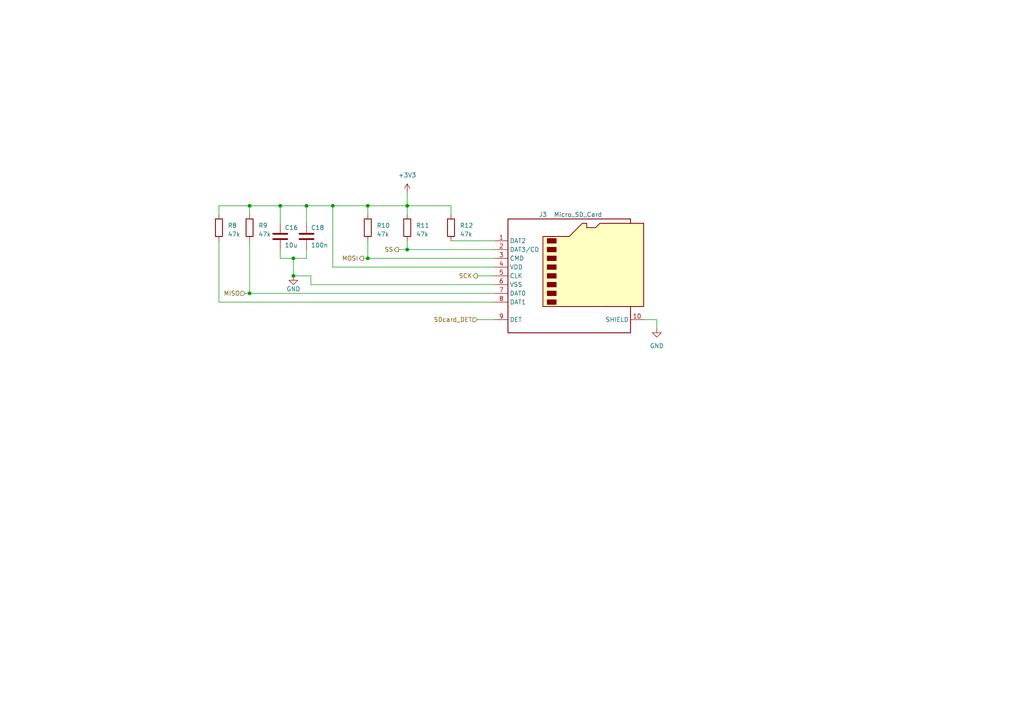
<source format=kicad_sch>
(kicad_sch (version 20231120) (generator "eeschema") (generator_version "8.0")
  (paper "A4")
  (lib_symbols
    (symbol "Connector:Micro_SD_Card_Det1"
      (property "Reference" "J" (at -16.51 17.78 0))
      (property "Value" "Micro_SD_Card_Det1" (at 16.51 17.78 0))
      (symbol "Micro_SD_Card_Det1_0_1"
        (rectangle (start -7.62 -6.985) (end -5.08 -8.255) (stroke (width 0.254)) (fill (type outline)))
        (rectangle (start -7.62 -4.445) (end -5.08 -5.715) (stroke (width 0.254)) (fill (type outline)))
        (rectangle (start -7.62 -1.905) (end -5.08 -3.175) (stroke (width 0.254)) (fill (type outline)))
        (rectangle (start -7.62 0.635) (end -5.08 -0.635) (stroke (width 0.254)) (fill (type outline)))
        (rectangle (start -7.62 3.175) (end -5.08 1.905) (stroke (width 0.254)) (fill (type outline)))
        (rectangle (start -7.62 5.715) (end -5.08 4.445) (stroke (width 0.254)) (fill (type outline)))
        (rectangle (start -7.62 8.255) (end -5.08 6.985) (stroke (width 0.254)) (fill (type outline)))
        (rectangle (start -7.62 10.795) (end -5.08 9.525) (stroke (width 0.254)) (fill (type outline)))
        (polyline (pts (xy 16.51 15.24) (xy 16.51 16.51) (xy -19.05 16.51) (xy -19.05 -16.51) (xy 16.51 -16.51) (xy 16.51 -8.89)) (stroke (width 0.254)))
        (polyline (pts (xy -8.89 -8.89) (xy -8.89 11.43) (xy -1.27 11.43) (xy 2.54 15.24) (xy 3.81 15.24) (xy 3.81 13.97) (xy 6.35 13.97) (xy 7.62 15.24) (xy 20.32 15.24) (xy 20.32 -8.89) (xy -8.89 -8.89)) (stroke (width 0.254)) (fill (type background)))
      )
      (symbol "Micro_SD_Card_Det1_1_1"
        (pin bidirectional line (at -22.86 10.16 0) (length 3.81) (name "DAT2") (number "1"))
        (pin passive line (at 20.32 -12.7 180) (length 3.81) (name "SHIELD") (number "10"))
        (pin bidirectional line (at -22.86 7.62 0) (length 3.81) (name "DAT3/CD") (number "2"))
        (pin input line (at -22.86 5.08 0) (length 3.81) (name "CMD") (number "3"))
        (pin power_in line (at -22.86 2.54 0) (length 3.81) (name "VDD") (number "4"))
        (pin input line (at -22.86 0 0) (length 3.81) (name "CLK") (number "5"))
        (pin power_in line (at -22.86 -2.54 0) (length 3.81) (name "VSS") (number "6"))
        (pin bidirectional line (at -22.86 -5.08 0) (length 3.81) (name "DAT0") (number "7"))
        (pin bidirectional line (at -22.86 -7.62 0) (length 3.81) (name "DAT1") (number "8"))
        (pin passive line (at -22.86 -12.7 0) (length 3.81) (name "DET") (number "9"))
      )
    )
    (symbol "Device:C" (pin_numbers hide) (pin_names (offset 0.254))
      (property "Reference" "C" (at 0.635 2.54 0))
      (property "Value" "C" (at 0.635 -2.54 0))
      (symbol "C_0_1"
        (polyline (pts (xy -2.032 -0.762) (xy 2.032 -0.762)) (stroke (width 0.508)))
        (polyline (pts (xy -2.032 0.762) (xy 2.032 0.762)) (stroke (width 0.508)))
      )
      (symbol "C_1_1"
        (pin passive line (at 0 3.81 270) (length 2.794) (name "~") (number "1"))
        (pin passive line (at 0 -3.81 90) (length 2.794) (name "~") (number "2"))
      )
    )
    (symbol "Device:R" (pin_numbers hide) (pin_names (offset 0))
      (property "Reference" "R" (at 2.032 0 90))
      (property "Value" "R" (at 0 0 90))
      (symbol "R_0_1"
        (rectangle (start -1.016 -2.54) (end 1.016 2.54) (stroke (width 0.254)))
      )
      (symbol "R_1_1"
        (pin passive line (at 0 3.81 270) (length 1.27) (name "~") (number "1"))
        (pin passive line (at 0 -3.81 90) (length 1.27) (name "~") (number "2"))
      )
    )
    (symbol "power:+3V3" (power) (pin_numbers hide) (pin_names (offset 0) hide)
      (property "Value" "+3V3" (at 0 3.556 0))
      (symbol "+3V3_0_1"
        (polyline (pts (xy -0.762 1.27) (xy 0 2.54)))
        (polyline (pts (xy 0 0) (xy 0 2.54)))
        (polyline (pts (xy 0 2.54) (xy 0.762 1.27)))
      )
      (symbol "+3V3_1_1"
        (pin power_in line (at 0 0 90) (length 0) (name "~") (number "1"))
      )
    )
    (symbol "power:GND" (power) (pin_names (offset 0))
      (property "Value" "GND" (at 0 -3.81 0))
      (symbol "GND_0_1"
        (polyline (pts (xy 0 0) (xy 0 -1.27) (xy 1.27 -1.27) (xy 0 -2.54) (xy -1.27 -1.27) (xy 0 -1.27)))
      )
      (symbol "GND_1_1"
        (pin power_in line (at 0 0 270) (length 0) hide (name "GND") (number "1"))
      )
    )
  )
  (junction (at 72.39 85.09))
  (junction (at 88.9 59.69))
  (junction (at 72.39 59.69))
  (junction (at 85.09 80.01))
  (junction (at 106.68 74.93))
  (junction (at 81.28 59.69))
  (junction (at 85.09 74.93))
  (junction (at 118.11 59.69))
  (junction (at 106.68 59.69))
  (junction (at 118.11 72.39))
  (junction (at 96.52 59.69))
  (wire (pts (xy 106.68 69.85) (xy 106.68 74.93)))
  (wire (pts (xy 118.11 55.88) (xy 118.11 59.69)))
  (wire (pts (xy 130.81 59.69) (xy 130.81 62.23)))
  (wire (pts (xy 138.43 80.01) (xy 143.51 80.01)))
  (wire (pts (xy 118.11 59.69) (xy 130.81 59.69)))
  (wire (pts (xy 88.9 59.69) (xy 88.9 64.77)))
  (wire (pts (xy 81.28 74.93) (xy 85.09 74.93)))
  (wire (pts (xy 190.5 95.25) (xy 190.5 92.71)))
  (wire (pts (xy 96.52 59.69) (xy 106.68 59.69)))
  (wire (pts (xy 72.39 62.23) (xy 72.39 59.69)))
  (wire (pts (xy 143.51 77.47) (xy 96.52 77.47)))
  (wire (pts (xy 106.68 74.93) (xy 143.51 74.93)))
  (wire (pts (xy 85.09 80.01) (xy 85.09 74.93)))
  (wire (pts (xy 118.11 59.69) (xy 118.11 62.23)))
  (wire (pts (xy 85.09 74.93) (xy 88.9 74.93)))
  (wire (pts (xy 143.51 72.39) (xy 118.11 72.39)))
  (wire (pts (xy 63.5 62.23) (xy 63.5 59.69)))
  (wire (pts (xy 72.39 85.09) (xy 143.51 85.09)))
  (wire (pts (xy 130.81 69.85) (xy 143.51 69.85)))
  (wire (pts (xy 105.41 74.93) (xy 106.68 74.93)))
  (wire (pts (xy 96.52 77.47) (xy 96.52 59.69)))
  (wire (pts (xy 118.11 72.39) (xy 118.11 69.85)))
  (wire (pts (xy 90.17 82.55) (xy 143.51 82.55)))
  (wire (pts (xy 63.5 59.69) (xy 72.39 59.69)))
  (wire (pts (xy 88.9 72.39) (xy 88.9 74.93)))
  (wire (pts (xy 88.9 59.69) (xy 96.52 59.69)))
  (wire (pts (xy 81.28 59.69) (xy 88.9 59.69)))
  (wire (pts (xy 63.5 69.85) (xy 63.5 87.63)))
  (wire (pts (xy 115.57 72.39) (xy 118.11 72.39)))
  (wire (pts (xy 81.28 72.39) (xy 81.28 74.93)))
  (wire (pts (xy 72.39 59.69) (xy 81.28 59.69)))
  (wire (pts (xy 106.68 59.69) (xy 118.11 59.69)))
  (wire (pts (xy 106.68 59.69) (xy 106.68 62.23)))
  (wire (pts (xy 85.09 80.01) (xy 90.17 80.01)))
  (wire (pts (xy 90.17 80.01) (xy 90.17 82.55)))
  (wire (pts (xy 190.5 92.71) (xy 186.69 92.71)))
  (wire (pts (xy 72.39 69.85) (xy 72.39 85.09)))
  (wire (pts (xy 138.43 92.71) (xy 143.51 92.71)))
  (wire (pts (xy 81.28 64.77) (xy 81.28 59.69)))
  (wire (pts (xy 63.5 87.63) (xy 143.51 87.63)))
  (wire (pts (xy 71.12 85.09) (xy 72.39 85.09)))
  (hierarchical_label "SDcard_DET" (shape input) (at 138.43 92.71 180))
  (hierarchical_label "SCK" (shape output) (at 138.43 80.01 180))
  (hierarchical_label "SS" (shape output) (at 115.57 72.39 180))
  (hierarchical_label "MOSI" (shape output) (at 105.41 74.93 180))
  (hierarchical_label "MISO" (shape input) (at 71.12 85.09 180))
  (symbol (lib_id "Device:R") (at 63.5 66.04 0) (unit 1)
    (property "Reference" "R8" (at 66.04 65.405 0) (effects (justify left)))
    (property "Value" "47k" (at 66.04 67.945 0) (effects (justify left)))
    (property "Footprint" "Resistor_SMD:R_0402_1005Metric_Pad0.72x0.64mm_HandSolder" (effects (hide yes)))
  )
  (symbol (lib_id "Device:C") (at 81.28 68.58 0) (unit 1)
    (property "Reference" "C16" (at 82.55 66.04 0) (effects (justify left)))
    (property "Value" "10u" (at 82.55 71.12 0) (effects (justify left)))
    (property "Footprint" "Capacitor_SMD:C_0402_1005Metric_Pad0.74x0.62mm_HandSolder" (effects (hide yes)))
  )
  (symbol (lib_id "Connector:Micro_SD_Card_Det1") (at 166.37 80.01 0) (unit 1)
    (property "Reference" "J3" (at 157.48 62.23 0))
    (property "Value" "Micro_SD_Card" (at 167.64 62.23 0))
    (property "Footprint" "Prj_connector_card:microSD_HC_Hanbo_Electronic_TF-018B-H15" (effects (hide yes)))
    (property "Datasheet" "https://datasheet.lcsc.com/lcsc/2110151630_XKB-Connectivity-XKTF-015-N_C381082.pdf" (effects (hide yes)))
  )
  (symbol (lib_id "power:GND") (at 190.5 95.25 0) (mirror y) (unit 1)
    (property "Reference" "#PWR024" (effects (hide yes)))
    (property "Value" "GND" (at 190.5 100.33 0))
  )
  (symbol (lib_id "power:GND") (at 85.09 80.01 0) (mirror y) (unit 1)
    (property "Reference" "#PWR020" (effects (hide yes)))
    (property "Value" "GND" (at 85.09 83.82 0))
  )
  (symbol (lib_id "Device:R") (at 130.81 66.04 0) (unit 1)
    (property "Reference" "R12" (at 133.35 65.405 0) (effects (justify left)))
    (property "Value" "47k" (at 133.35 67.945 0) (effects (justify left)))
    (property "Footprint" "Resistor_SMD:R_0402_1005Metric_Pad0.72x0.64mm_HandSolder" (effects (hide yes)))
  )
  (symbol (lib_id "Device:R") (at 118.11 66.04 0) (unit 1)
    (property "Reference" "R11" (at 120.65 65.405 0) (effects (justify left)))
    (property "Value" "47k" (at 120.65 67.945 0) (effects (justify left)))
    (property "Footprint" "Resistor_SMD:R_0402_1005Metric_Pad0.72x0.64mm_HandSolder" (effects (hide yes)))
  )
  (symbol (lib_id "power:+3V3") (at 118.11 55.88 0) (unit 1)
    (property "Reference" "#PWR026" (effects (hide yes)))
    (property "Value" "+3V3" (at 118.11 50.8 0))
    (property "Description" "Power symbol creates a global label with name \"+3V3\"" (effects (hide yes)))
  )
  (symbol (lib_id "Device:C") (at 88.9 68.58 0) (unit 1)
    (property "Reference" "C18" (at 90.17 66.04 0) (effects (justify left)))
    (property "Value" "100n" (at 90.17 71.12 0) (effects (justify left)))
    (property "Footprint" "Capacitor_SMD:C_0402_1005Metric_Pad0.74x0.62mm_HandSolder" (effects (hide yes)))
  )
  (symbol (lib_id "Device:R") (at 106.68 66.04 0) (unit 1)
    (property "Reference" "R10" (at 109.22 65.405 0) (effects (justify left)))
    (property "Value" "47k" (at 109.22 67.945 0) (effects (justify left)))
    (property "Footprint" "Resistor_SMD:R_0402_1005Metric_Pad0.72x0.64mm_HandSolder" (effects (hide yes)))
  )
  (symbol (lib_id "Device:R") (at 72.39 66.04 0) (unit 1)
    (property "Reference" "R9" (at 74.93 65.405 0) (effects (justify left)))
    (property "Value" "47k" (at 74.93 67.945 0) (effects (justify left)))
    (property "Footprint" "Resistor_SMD:R_0402_1005Metric_Pad0.72x0.64mm_HandSolder" (effects (hide yes)))
  )
)
</source>
